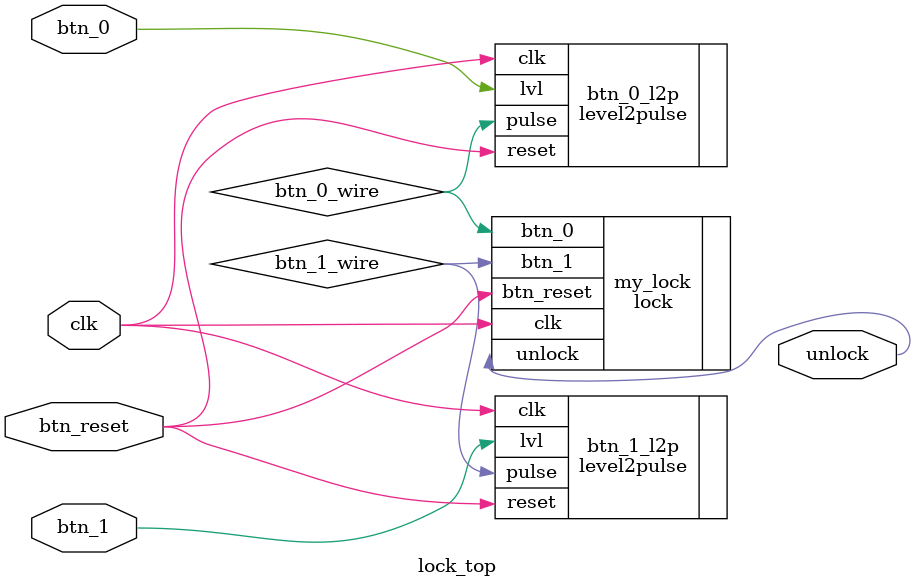
<source format=v>
module lock_top(
	input clk,
	input btn_reset,
	input btn_0,
	input btn_1,
	output unlock
);

wire btn_0_wire;
wire btn_1_wire;

level2pulse btn_0_l2p(
	.reset(btn_reset),
	.lvl(btn_0),
	.clk(clk),
	.pulse(btn_0_wire)
);

level2pulse btn_1_l2p(
	.reset(btn_reset),
	.lvl(btn_1),
	.clk(clk),
	.pulse(btn_1_wire)
);


lock my_lock(
	.btn_reset(btn_reset),
	.btn_0(btn_0_wire),
	.btn_1(btn_1_wire),
	.clk(clk),
	.unlock(unlock)
);


endmodule


</source>
